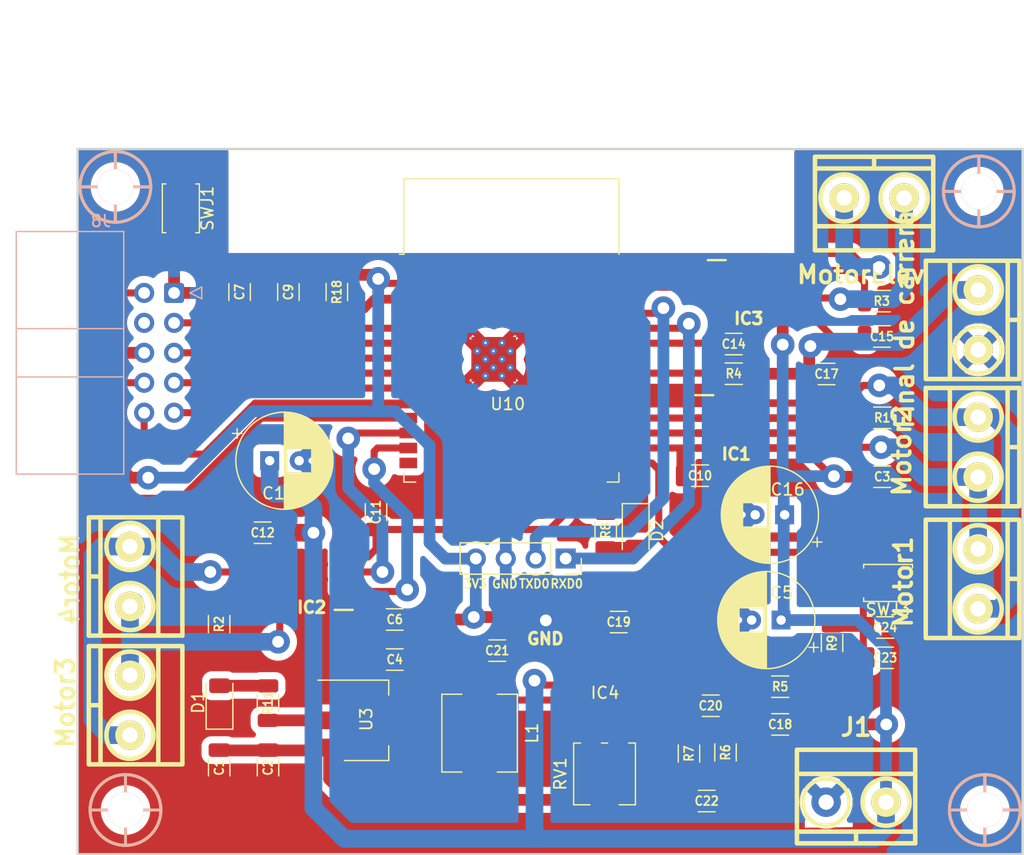
<source format=kicad_pcb>
(kicad_pcb (version 20221018) (generator pcbnew)
  (layers (0 "F.Cu" signal) (31 "B.Cu" signal) (34 "B.Paste" user) (35 "F.Paste" user) (36 "B.SilkS" user "B.Silkscreen") (37 "F.SilkS" user "F.Silkscreen") (38 "B.Mask" user) (39 "F.Mask" user) (44 "Edge.Cuts" user))
  (net 0 "")
  (net 1 "GND")
  (net 2 "/Vin")
  (net 3 "/3V3")
  (net 4 "/EN")
  (net 5 "Net-(J11-Pin_1)")
  (net 6 "Net-(D1-A)")
  (net 7 "/EnA")
  (net 8 "/EnB")
  (net 9 "/EN Elev")
  (net 10 "Net-(IC1-OUT2)")
  (net 11 "Net-(IC1-OUT1)")
  (net 12 "Net-(IC1-RS)")
  (net 13 "/IN3")
  (net 14 "/IN4")
  (net 15 "Net-(IC2-OUT1)")
  (net 16 "Net-(IC2-RS)")
  (net 17 "Net-(IC2-OUT2)")
  (net 18 "/IN5")
  (net 19 "/IN6")
  (net 20 "Net-(IC3-OUT1)")
  (net 21 "Net-(IC3-RS)")
  (net 22 "Net-(IC3-OUT2)")
  (net 23 "/RXD0")
  (net 24 "/TXD0")
  (net 25 "/Sen2")
  (net 26 "/Sen3")
  (net 27 "/Sen4")
  (net 28 "/Sen5")
  (net 29 "/Sen6")
  (net 30 "/Sen7")
  (net 31 "/FC")
  (net 32 "/BOOT")
  (net 33 "/IN2")
  (net 34 "/IN1")
  (net 42 "Net-(D2-A)")
  (net 46 "/5V")
  (net 47 "Net-(IC4-SS)")
  (net 48 "Net-(IC4-COMP)")
  (net 49 "Net-(C20-Pad2)")
  (net 50 "Net-(IC4-BS)")
  (net 51 "Net-(IC4-SW)")
  (net 52 "Net-(IC4-EN)")
  (net 53 "Net-(IC4-FB)")
  (net 55 "unconnected-(U10-SENSOR_VP-Pad4)")
  (net 57 "/Led prueba")
  (net 58 "/Sen1")
  (footprint "Capacitor_SMD:C_1206_3216Metric" (layer "F.Cu") (at 122.76 81.28 180)
    (fp_text reference "C23")
    (fp_text value "0.1u" hide)
  )
  (footprint "Capacitor_SMD:C_1206_3216Metric" (layer "F.Cu") (at 72.14 50.25 -90)
    (fp_text reference "C9")
    (fp_text value "0.1u" hide)
  )
  (footprint "EESTN5:hole_3mm" (layer "F.Cu") (at 58.3205 94.1916)
    (fp_text reference "hole_3mm" hide)
    (fp_text value "VAL**" hide)
  )
  (footprint "Resistor_SMD:R_1206_3216Metric" (layer "F.Cu") (at 122.516 60.92)
    (fp_text reference "R1")
    (fp_text value "0.22" hide)
  )
  (footprint "LED_SMD:LED_1206_3216Metric" (layer "F.Cu") (at 101.6 70.485 -90)
    (fp_text reference "D2")
    (fp_text value "LED" hide)
  )
  (footprint "Resistor_SMD:R_1206_3216Metric" (layer "F.Cu") (at 122.476 51.02)
    (fp_text reference "R3")
    (fp_text value "0.22" hide)
  )
  (footprint "Capacitor_SMD:C_1206_3216Metric" (layer "F.Cu") (at 70.4109 90.5848 -90)
    (fp_text reference "C2")
    (fp_text value "0.1u" hide)
  )
  (footprint "Capacitor_SMD:C_1206_3216Metric" (layer "F.Cu") (at 107.9642 85.3472)
    (fp_text reference "C20")
    (fp_text value "4.8n" hide)
  )
  (footprint "EESTN5:BORNERA2_AZUL" (layer "F.Cu") (at 58.7015 74.3796 -90)
    (fp_text reference "J6" hide)
    (fp_text value "Motor4")
  )
  (footprint "EESTN5:BORNERA2_AZUL" (layer "F.Cu") (at 130.65335 74.5828 90)
    (fp_text reference "J4" hide)
    (fp_text value "Motor1")
  )
  (footprint "LibraryPERSONALES:SOIC127P600X170-9N" (layer "F.Cu") (at 74.1193 74.6336 180)
    (fp_text reference "IC2")
    (fp_text value "TB67H450AFNG,EL" hide)
  )
  (footprint "Capacitor_SMD:C_1206_3216Metric" (layer "F.Cu") (at 122.496 54.02)
    (fp_text reference "C15")
    (fp_text value "0.1u" hide)
  )
  (footprint "EESTN5:BORNERA2_AZUL" (layer "F.Cu") (at 121.826 42.27 180)
    (fp_text reference "J7" hide)
    (fp_text value "MotorElev")
  )
  (footprint "EESTN5:hole_3mm" (layer "F.Cu") (at 131.2185 94.1916)
    (fp_text reference "hole_3mm" hide)
    (fp_text value "VAL**" hide)
  )
  (footprint "Resistor_SMD:R_1206_3216Metric" (layer "F.Cu") (at 99.06 70.485 -90)
    (fp_text reference "R8")
    (fp_text value "330" hide)
  )
  (footprint "Capacitor_SMD:C_1206_3216Metric" (layer "F.Cu") (at 100.1595 78.2472 180)
    (fp_text reference "C19")
    (fp_text value "0.1u" hide)
  )
  (footprint "Resistor_SMD:R_1206_3216Metric" (layer "F.Cu") (at 118.26 80.035 -90)
    (fp_text reference "R9")
    (fp_text value "4.7k" hide)
  )
  (footprint "Resistor_SMD:R_1206_3216Metric" (layer "F.Cu") (at 66.266 78.42 -90)
    (fp_text reference "R2")
    (fp_text value "0.22" hide)
  )
  (footprint "Button_Switch_SMD:SW_Push_SPST_NO_Alps_SKRK" (layer "F.Cu") (at 63.016 43.15 -90)
    (fp_text reference "SWJ1")
    (fp_text value "SW_MEC_5G" hide)
  )
  (footprint "LibraryPERSONALES:SO8-TH" (layer "F.Cu") (at 99.0333 84.2296 -90)
    (fp_text reference "IC4")
    (fp_text value "MP2307")
  )
  (footprint "Resistor_SMD:R_1206_3216Metric" (layer "F.Cu") (at 109.92 57.18)
    (fp_text reference "R4")
    (fp_text value "100k" hide)
  )
  (footprint "Capacitor_SMD:C_1206_3216Metric" (layer "F.Cu") (at 107.0595 65.8296)
    (fp_text reference "C10")
    (fp_text value "0.1u" hide)
  )
  (footprint "Capacitor_SMD:C_1206_3216Metric" (layer "F.Cu") (at 122.76 78.71 180)
    (fp_text reference "C24")
    (fp_text value "0.1u" hide)
  )
  (footprint "Capacitor_SMD:C_1206_3216Metric" (layer "F.Cu") (at 66.2707 90.5848 -90)
    (fp_text reference "C1")
    (fp_text value "10u" hide)
  )
  (footprint "LibraryPERSONALES:SOIC127P600X170-9N" (layer "F.Cu") (at 110.1365 61.578)
    (fp_text reference "IC1")
    (fp_text value "TB67H450AFNG,EL" hide)
  )
  (footprint "EESTN5:BORNERA2_AZUL" (layer "F.Cu") (at 130.65335 63.4068 90)
    (fp_text reference "J3" hide)
    (fp_text value "Motor2")
  )
  (footprint "Capacitor_SMD:C_1206_3216Metric" (layer "F.Cu") (at 107.624 93.4296)
    (fp_text reference "C22")
    (fp_text value "12u" hide)
  )
  (footprint "Capacitor_SMD:C_1206_3216Metric" (layer "F.Cu") (at 68 50.25 -90)
    (fp_text reference "C7")
    (fp_text value "0.1u" hide)
  )
  (footprint "Capacitor_SMD:C_1206_3216Metric" (layer "F.Cu") (at 69.9595 70.67 180)
    (fp_text reference "C12")
    (fp_text value "0.1u" hide)
  )
  (footprint "EESTN5:BORNERA2_AZUL" (layer "F.Cu") (at 130.6597 52.6118 90)
    (fp_text reference "J11" hide)
    (fp_text value "Final de carrera")
  )
  (footprint "Resistor_SMD:R_1206_3216Metric" (layer "F.Cu") (at 109.2216 89.3041 90)
    (fp_text reference "R6")
    (fp_text value "8.2k" hide)
  )
  (footprint "Inductor_SMD:L_6.3x6.3_H3" (layer "F.Cu") (at 88.3595 87.67 -90)
    (fp_text reference "L1")
    (fp_text value "2u" hide)
  )
  (footprint "Capacitor_SMD:C_1206_3216Metric" (layer "F.Cu") (at 109.92 54.664)
    (fp_text reference "C14")
    (fp_text value "0.1u" hide)
  )
  (footprint "Capacitor_SMD:C_1206_3216Metric" (layer "F.Cu") (at 81.1595 81.4296 180)
    (fp_text reference "C4")
    (fp_text value "0.1u" hide)
  )
  (footprint "RF_Module:ESP32-WROOM-32D" (layer "F.Cu") (at 91.0595 56.4916)
    (fp_text reference "U10")
    (fp_text value "ESP32-WROOM-32" hide)
  )
  (footprint "Capacitor_THT:CP_Radial_D8.0mm_P2.50mm" (layer "F.Cu") (at 114.236951 69.1472 180)
    (fp_text reference "C16")
    (fp_text value "100u" hide)
  )
  (footprint "Capacitor_SMD:C_1206_3216Metric" (layer "F.Cu") (at 79.5745 68.9186 90)
    (fp_text reference "C11")
    (fp_text value "0.1u" hide)
  )
  (footprint "EESTN5:hole_3mm" (layer "F.Cu") (at 57.4595 41.3296)
    (fp_text reference "hole_3mm" hide)
    (fp_text value "VAL**" hide)
  )
  (footprint "Package_TO_SOT_SMD:SOT-223-3_TabPin2" (layer "F.Cu") (at 78.7425 86.5856)
    (fp_text reference "U3")
    (fp_text value "AMS1117-3.3" hide)
  )
  (footprint "Resistor_SMD:R_1206_3216Metric" (layer "F.Cu") (at 70.4109 85.1238 90)
    (fp_text reference "R11")
    (fp_text value "5.1k" hide)
  )
  (footprint "Resistor_SMD:R_1206_3216Metric" (layer "F.Cu") (at 106.1216 89.4041 90)
    (fp_text reference "R7")
    (fp_text value "8.2k" hide)
  )
  (footprint "EESTN5:hole_3mm" (layer "F.Cu") (at 130.7105 41.7152)
    (fp_text reference "hole_3mm" hide)
    (fp_text value "VAL**" hide)
  )
  (footprint "Capacitor_THT:CP_Radial_D8.0mm_P2.50mm" (layer "F.Cu") (at 113.937351 78.079 180)
    (fp_text reference "C5")
    (fp_text value "100u" hide)
  )
  (footprint "LED_SMD:LED_1206_3216Metric" (layer "F.Cu") (at 66.2961 85.0476 90)
    (fp_text reference "D1")
    (fp_text value "LED" hide)
  )
  (footprint "Capacitor_THT:CP_Radial_D8.0mm_P2.50mm" (layer "F.Cu") (at 70.5525 64.56051)
    (fp_text reference "C13")
    (fp_text value "100u" hide)
  )
  (footprint "Capacitor_SMD:C_1206_3216Metric" (layer "F.Cu") (at 81.1595 78.0296 180)
    (fp_text reference "C6")
    (fp_text value "10u" hide)
  )
  (footprint "EESTN5:BORNERA2_AZUL" (layer "F.Cu") (at 120.2965 93.52485)
    (fp_text reference "J1")
    (fp_text value "Alimentacion 12V" hide)
  )
  (footprint "Potentiometer_SMD:Potentiometer_Vishay_TS53YJ_Vertical" (layer "F.Cu") (at 98.9595 91.1296 90)
    (fp_text reference "RV1")
    (fp_text value "220k" hide)
  )
  (footprint "Capacitor_SMD:C_1206_3216Metric" (layer "F.Cu") (at 122.516 65.92)
    (fp_text reference "C3")
    (fp_text value "0.1u" hide)
  )
  (footprint "Resistor_SMD:R_1206_3216Metric" (layer "F.Cu") (at 76.25 50.25 90)
    (fp_text reference "R18")
    (fp_text value "4.7k" hide)
  )
  (footprint "LibraryPERSONALES:SOIC127P600X170-9N" (layer "F.Cu") (at 111.19 50.1226)
    (fp_text reference "IC3")
    (fp_text value "TB67H450AFNG,EL" hide)
  )
  (footprint "Resistor_SMD:R_1206_3216Metric" (layer "F.Cu") (at 113.8595 83.7296 180)
    (fp_text reference "R5")
    (fp_text value "100k" hide)
  )
  (footprint "Button_Switch_SMD:SW_Push_SPST_NO_Alps_SKRK" (layer "F.Cu") (at 123.01 74.93 180)
    (fp_text reference "SWJ3")
    (fp_text value "SW_MEC_5G")
  )
  (footprint "Capacitor_SMD:C_1206_3216Metric" (layer "F.Cu") (at 89.8595 80.67 180)
    (fp_text reference "C21")
    (fp_text value "10n" hide)
  )
  (footprint "EESTN5:BORNERA2_AZUL" (layer "F.Cu") (at 58.7015 85.3016 -90)
    (fp_text reference "J5" hide)
    (fp_text value "Motor3")
  )
  (footprint "Capacitor_SMD:C_1206_3216Metric" (layer "F.Cu") (at 117.794 57.204 180)
    (fp_text reference "C17")
    (fp_text value "0.1u" hide)
  )
  (footprint "Capacitor_SMD:C_1206_3216Metric" (layer "F.Cu") (at 113.8595 86.9296 180)
    (fp_text reference "C18")
    (fp_text value "12u" hide)
  )
  (footprint "Connector_PinSocket_2.54mm:PinSocket_1x04_P2.54mm_Vertical" (layer "F.Cu") (at 95.6585 72.8556 -90)
    (fp_text reference "J2" hide)
    (fp_text value "UART" hide)
  )
  (footprint "Connector_IDC:IDC-Header_2x05_P2.54mm_Horizontal" (layer "B.Cu") (at 62.4432 50.3258 180)
    (fp_text reference "J8")
    (fp_text value "Screw_Terminal_01x10")
  )
  (gr_rect (start 54.2565 38.1211) (end 134.4189 97.9381) (stroke (width 0.2)) (fill none) (layer "Edge.Cuts"))
  (gr_text "GND" (at 92.25 80.25) (layer "F.SilkS") (effects (font (size 1 1) (thickness 0.25) bold) (justify left bottom)))
  (via (at 93.98 78.105) (size 2) (drill 1) (layers "F.Cu" "B.Cu") (net 1))
  (segment (start 118.266 54.02) (end 121.021 54.02) (width 0.6) (layer "F.Cu") (net 2))
  (segment (start 114.238 52.0276) (end 114.0742 52.1914) (width 0.6) (layer "F.Cu") (net 2))
  (segment (start 115.829 63.483) (end 118.266 65.92) (width 0.6) (layer "F.Cu") (net 2))
  (segment (start 113.902 52.0276) (end 116.2736 52.0276) (width 0.6) (layer "F.Cu") (net 2))
  (segment (start 115.3345 86.9296) (end 115.3345 83.8421) (width 1) (layer "F.Cu") (net 2))
  (segment (start 122.7595 86.9296) (end 115.3345 86.9296) (width 1) (layer "F.Cu") (net 2))
  (segment (start 72.016 70.67) (end 74.266 70.67) (width 1.5) (layer "F.Cu") (net 2))
  (segment (start 118.266 65.92) (end 121.041 65.92) (width 1) (layer "F.Cu") (net 2))
  (segment (start 71.4073 72.42) (end 71.4073 70.6972) (width 1) (layer "F.Cu") (net 2))
  (segment (start 71.4073 70.6972) (end 71.4345 70.67) (width 1) (layer "F.Cu") (net 2))
  (segment (start 114.0742 52.1914) (end 114.0742 54.714396) (width 1) (layer "F.Cu") (net 2))
  (segment (start 116.2736 52.0276) (end 118.266 54.02) (width 0.6) (layer "F.Cu") (net 2))
  (segment (start 93.3955 83.5946) (end 96.4333 83.5946) (width 0.6) (layer "F.Cu") (net 2))
  (segment (start 112.8485 63.483) (end 115.829 63.483) (width 0.6) (layer "F.Cu") (net 2))
  (segment (start 93.016 83.2151) (end 93.3955 83.5946) (width 0.6) (layer "F.Cu") (net 2))
  (via (at 114.0742 54.714396) (size 2) (drill 1) (layers "F.Cu" "B.Cu") (net 2))
  (via (at 93.016 83.2151) (size 2) (drill 1) (layers "F.Cu" "B.Cu") (net 2))
  (via (at 118.416 65.87) (size 2) (drill 1) (layers "F.Cu" "B.Cu") (net 2))
  (via (at 74.266 70.67) (size 2) (drill 1) (layers "F.Cu" "B.Cu") (net 2))
  (via (at 122.8595 86.9296) (size 2) (drill 1) (layers "F.Cu" "B.Cu") (net 2))
  (segment (start 121.8595 96.6296) (end 122.8365 95.6526) (width 1.5) (layer "B.Cu") (net 2))
  (segment (start 74.266 70.67) (end 74.266 94.016) (width 1.5) (layer "B.Cu") (net 2))
  (segment (start 76.8796 96.6296) (end 93.3595 96.6296) (width 1.5) (layer "B.Cu") (net 2))
  (segment (start 70.9461 67.3501) (end 70.5525 66.9565) (width 1.5) (layer "B.Cu") (net 2))
  (segment (start 114.0742 54.714396) (end 114.0742 65.4443) (width 1) (layer "B.Cu") (net 2))
  (segment (start 114.1595 66.675) (end 114.1595 66.37) (width 1) (layer "B.Cu") (net 2))
  (segment (start 114.6595 65.87) (end 118.416 65.87) (width 1) (layer "B.Cu") (net 2))
  (segment (start 93.016 83.2151) (end 93.016 96.6296) (width 1.5) (layer "B.Cu") (net 2))
  (segment (start 74.266 68.528652) (end 73.087448 67.3501) (width 1.5) (layer "B.Cu") (net 2))
  (segment (start 114.0742 65.4443) (end 114.1595 65.5296) (width 1) (layer "B.Cu") (net 2))
  (segment (start 114.1595 77.856851) (end 114.1595 65.5296) (width 1) (layer "B.Cu") (net 2))
  (segment (start 120.4089 78.079) (end 122.8365 80.5066) (width 1) (layer "B.Cu") (net 2))
  (segment (start 122.8365 80.5066) (end 122.8365 93.52485) (width 1) (layer "B.Cu") (net 2))
  (segment (start 70.5525 66.9565) (end 70.5525 64.56051) (width 1.5) (layer "B.Cu") (net 2))
  (segment (start 93.016 96.6296) (end 93.3595 96.6296) (width 1.5) (layer "B.Cu") (net 2))
  (segment (start 122.8365 95.6526) (end 122.8365 93.52485) (width 1.5) (layer "B.Cu") (net 2))
  (segment (start 74.266 70.67) (end 74.266 68.528652) (width 1.5) (layer "B.Cu") (net 2))
  (segment (start 93.3595 96.6296) (end 121.8595 96.6296) (width 1.5) (layer "B.Cu") (net 2))
  (segment (start 74.266 94.016) (end 76.8796 96.6296) (width 1.5) (layer "B.Cu") (net 2))
  (segment (start 113.937351 78.079) (end 120.4089 78.079) (width 1) (layer "B.Cu") (net 2))
  (segment (start 113.937351 78.079) (end 114.1595 77.856851) (width 1) (layer "B.Cu") (net 2))
  (segment (start 73.087448 67.3501) (end 70.9461 67.3501) (width 1.5) (layer "B.Cu") (net 2))
  (segment (start 56.5 57.25) (end 58.3442 55.4058) (width 1) (layer "F.Cu") (net 3))
  (segment (start 70.4109 86.5863) (end 75.5918 86.5863) (width 1) (layer "F.Cu") (net 3))
  (segment (start 56.5 63.75) (end 56.5 57.25) (width 1) (layer "F.Cu") (net 3))
  (segment (start 82.6595 85.8186) (end 82.6595 81.4546) (width 1) (layer "F.Cu") (net 3))
  (segment (start 75.5925 86.5856) (end 81.8925 86.5856) (width 1) (layer "F.Cu") (net 3))
  (segment (start 58.75 66) (end 56.5 63.75) (width 1) (layer "F.Cu") (net 3))
  (segment (start 104.7316 75.5216) (end 92.1184 75.5216) (width 1) (layer "F.Cu") (net 3))
  (segment (start 106.68 77.47) (end 104.7316 75.5216) (width 1) (layer "F.Cu") (net 3))
  (segment (start 79.7595 49.1321) (end 80.139 49.5116) (width 0.6) (layer "F.Cu") (net 3))
  (segment (start 60.25 66) (end 58.75 66) (width 1) (layer "F.Cu") (net 3))
  (segment (start 106.68 80.01) (end 106.68 77.47) (width 1) (layer "F.Cu") (net 3))
  (segment (start 58.3442 55.4058) (end 59.9032 55.4058) (width 1) (layer "F.Cu") (net 3))
  (segment (start 92.1184 75.5216) (end 89.82 77.82) (width 1) (layer "F.Cu") (net 3))
  (segment (start 118.26 81.4975) (end 108.1675 81.4975) (width 1) (layer "F.Cu") (net 3))
  (segment (start 89.82 77.82) (end 87.866 77.82) (width 1) (layer "F.Cu") (net 3))
  (segment (start 108.1675 81.4975) (end 106.68 80.01) (width 1) (layer "F.Cu") (net 3))
  (segment (start 80.139 49.5116) (end 82.3095 49.5116) (width 0.6) (layer "F.Cu") (net 3))
  (segment (start 79.4149 48.7875) (end 76.25 48.7875) (width 1) (layer "F.Cu") (net 3))
  (segment (start 82.6345 78.0296) (end 82.6345 81.4296) (width 1) (layer "F.Cu") (net 3))
  (segment (start 79.7595 49.1321) (end 79.4149 48.7875) (width 1) (layer "F.Cu") (net 3))
  (segment (start 75.5918 86.5863) (end 75.5925 86.5856) (width 1) (layer "F.Cu") (net 3))
  (segment (start 59.9032 55.4058) (end 59.889 55.42) (width 1) (layer "F.Cu") (net 3))
  (segment (start 82.6595 81.4546) (end 82.6345 81.4296) (width 1) (layer "F.Cu") (net 3))
  (segment (start 87.866 77.82) (end 87.6564 78.0296) (width 1) (layer "F.Cu") (net 3))
  (segment (start 87.6564 78.0296) (end 82.6345 78.0296) (width 1) (layer "F.Cu") (net 3))
  (segment (start 81.8925 86.5856) (end 82.6595 85.8186) (width 1) (layer "F.Cu") (net 3))
  (via (at 79.7595 49.1321) (size 2) (drill 1) (layers "F.Cu" "B.Cu") (net 3))
  (via (at 60.25 66) (size 2) (drill 1) (layers "F.Cu" "B.Cu") (net 3))
  (via (at 87.866 77.82) (size 2) (drill 1) (layers "F.Cu" "B.Cu") (net 3))
  (segment (start 63.5 66) (end 69.1384 60.3616) (width 1) (layer "B.Cu") (net 3))
  (segment (start 79.7595 60.3521) (end 79.75 60.3616) (width 1) (layer "B.Cu") (net 3))
  (segment (start 81.2076 60.3616) (end 84.116 63.27) (width 1) (layer "B.Cu") (net 3))
  (segment (start 85.465348 72.87) (end 88.0241 72.87) (width 1) (layer "B.Cu") (net 3))
  (segment (start 88.0385 77.6475) (end 88.0385 72.8556) (width 1) (layer "B.Cu") (net 3))
  (segment (start 87.866 77.82) (end 88.0385 77.6475) (width 1) (layer "B.Cu") (net 3))
  (segment (start 84.116 63.27) (end 84.116 71.520652) (width 1) (layer "B.Cu") (net 3))
  (segment (start 60.25 66) (end 63.5 66) (width 1) (layer "B.Cu") (net 3))
  (segment (start 84.116 71.520652) (end 85.465348 72.87) (width 1) (layer "B.Cu") (net 3))
  (segment (start 79.7595 49.1321) (end 79.7595 60.3521) (width 1) (layer "B.Cu") (net 3))
  (segment (start 88.0241 72.87) (end 88.0385 72.8556) (width 1) (layer "B.Cu") (net 3))
  (segment (start 69.1384 60.3616) (end 81.2076 60.3616) (width 1) (layer "B.Cu") (net 3))
  (segment (start 63.016 45.25) (end 63.016 47.016) (width 0.75) (layer "F.Cu") (net 4))
  (segment (start 63.016 47.016) (end 67.67 51.67) (width 0.75) (layer "F.Cu") (net 4))
  (segment (start 82.3095 50.7816) (end 82.2615 50.8296) (width 0.6) (layer "F.Cu") (net 4))
  (segment (start 82.234 50.8571) (end 82.3095 50.7816) (width 0.75) (layer "F.Cu") (net 4))
  (segment (start 78.58 51.67) (end 79.3929 50.8571) (width 0.75) (layer "F.Cu") (net 4))
  (segment (start 79.3929 50.8571) (end 82.234 50.8571) (width 0.75) (layer "F.Cu") (net 4))
  (segment (start 67.67 51.67) (end 78.58 51.67) (width 0.75) (layer "F.Cu") (net 4))
  (segment (start 116.2988 57.1838) (end 116.319 57.204) (width 1) (layer "F.Cu") (net 5))
  (segment (start 116.420678 54.83358) (end 116.319 54.935258) (width 0.6) (layer "F.Cu") (net 5))
  (segment (start 111.3863 57.1838) (end 116.2988 57.1838) (width 1) (layer "F.Cu") (net 5))
  (segment (start 116.319 54.935258) (end 116.319 57.204) (width 1) (layer "F.Cu") (net 5))
  (segment (start 111.3825 57.18) (end 111.3863 57.1838) (width 1) (layer "F.Cu") (net 5))
  (via (at 116.420678 54.83358) (size 2) (drill 1) (layers "F.Cu" "B.Cu") (net 5))
  (segment (start 128.4342 50.0718) (end 130.6597 50.0718) (width 1.5) (layer "B.Cu") (net 5))
  (segment (start 116.420678 54.83358) (end 116.784258 54.47) (width 1.5) (layer "B.Cu") (net 5))
  (segment (start 124.036 54.47) (end 128.4342 50.0718) (width 1.5) (layer "B.Cu") (net 5))
  (segment (start 116.784258 54.47) (end 124.036 54.47) (width 1.5) (layer "B.Cu") (net 5))
  (segment (start 70.3972 83.6476) (end 70.4109 83.6613) (width 1) (layer "F.Cu") (net 6))
  (segment (start 66.2961 83.6476) (end 70.3972 83.6476) (width 1) (layer "F.Cu") (net 6))
  (segment (start 99.8095 63.4816) (end 105.0311 63.4816) (width 0.6) (layer "F.Cu") (net 7))
  (segment (start 105.0311 63.4816) (end 107.4231 63.4816) (width 0.6) (layer "F.Cu") (net 7))
  (segment (start 105.5845 65.8296) (end 105.5595 65.8046) (width 0.6) (layer "F.Cu") (net 7))
  (segment (start 105.5595 65.8046) (end 105.5595 63.808) (width 1) (layer "F.Cu") (net 7))
  (segment (start 107.4231 63.4816) (end 107.4245 63.483) (width 0.6) (layer "F.Cu") (net 7))
  (segment (start 78.8945 72.7286) (end 79.5745 72.0486) (width 0.6) (layer "F.Cu") (net 8))
  (segment (start 79.5745 72.0486) (end 79.5745 70.3936) (width 0.6) (layer "F.Cu") (net 8))
  (segment (start 76.8313 72.7286) (end 78.8945 72.7286) (width 0.6) (layer "F.Cu") (net 8))
  (segment (start 79.5745 70.3936) (end 94.2955 70.3936) (width 0.6) (layer "F.Cu") (net 8))
  (segment (start 94.2955 70.3936) (end 95.5095 69.1796) (width 0.6) (layer "F.Cu") (net 8))
  (segment (start 95.5095 69.1796) (end 95.5095 66.0016) (width 0.6) (layer "F.Cu") (net 8))
  (segment (start 99.8095 54.5916) (end 105.3105 54.5916) (width 0.6) (layer "F.Cu") (net 9))
  (segment (start 107.38 54.5916) (end 108.3726 54.5916) (width 0.6) (layer "F.Cu") (net 9))
  (segment (start 108.478 54.5586) (end 108.445 54.5916) (width 0.6) (layer "F.Cu") (net 9))
  (segment (start 105.3105 54.5916) (end 107.38 54.5916) (width 0.6) (layer "F.Cu") (net 9))
  (segment (start 108.445 54.5916) (end 107.38 54.5916) (width 0.6) (layer "F.Cu") (net 9))
  (segment (start 108.3726 54.5916) (end 108.445 54.664) (width 0.6) (layer "F.Cu") (net 9))
  (segment (start 108.478 52.378) (end 108.478 54.5586) (width 1) (layer "F.Cu") (net 9))
  (segment (start 120.892 58.17) (end 122.266 58.17) (width 0.6) (layer "F.Cu") (net 10))
  (segment (start 115.2437 59.673) (end 119.389 59.673) (width 0.6) (layer "F.Cu") (net 10))
  (segment (start 115.2437 59.673) (end 112.7545 59.673) (width 0.6) (layer "F.Cu") (net 10))
  (segment (start 119.389 59.673) (end 120.892 58.17) (width 0.6) (layer "F.Cu") (net 10))
  (via (at 122.266 58.17) (size 2) (drill 1) (layers "F.Cu" "B.Cu") (net 10))
  (segment (start 130.65335 77.1228) (end 132.3869 77.1228) (width 1.5) (layer "B.Cu") (net 10))
  (segment (start 123.4925 58.17) (end 122.266 58.17) (width 1.5) (layer "B.Cu") (net 10))
  (segment (start 132.0313 60.8668) (end 130.65335 60.8668) (width 1.5) (layer "B.Cu") (net 10))
  (segment (start 130.65335 60.8668) (end 126.1893 60.8668) (width 1.5) (layer "B.Cu") (net 10))
  (segment (start 126.1893 60.8668) (end 123.4925 58.17) (width 1.5) (layer "B.Cu") (net 10))
  (segment (start 133.3521 62.1876) (end 132.0313 60.8668) (width 1.5) (layer "B.Cu") (net 10))
  (segment (start 133.3521 76.1576) (end 133.3521 62.1876) (width 1.5) (layer "B.Cu") (net 10))
  (segment (start 132.3869 77.1228) (end 133.3521 76.1576) (width 1.5) (layer "B.Cu") (net 10))
  (segment (start 122.416 63.42) (end 117.466 63.42) (width 0.6) (layer "F.Cu") (net 11))
  (segment (start 117.466 63.42) (end 116.259 62.213) (width 0.6) (layer "F.Cu") (net 11))
  (segment (start 116.259 62.213) (end 112.7545 62.213) (width 0.6) (layer "F.Cu") (net 11))
  (via (at 122.416 63.42) (size 2) (drill 1) (layers "F.Cu" "B.Cu") (net 11))
  (segment (start 126.0623 65.9468) (end 130.65335 65.9468) (width 1.5) (layer "B.Cu") (net 11))
  (segment (start 122.416 63.42) (end 123.5355 63.42) (width 1.5) (layer "B.Cu") (net 11))
  (segment (start 130.65335 65.9468) (end 130.65335 72.0428) (width 1.5) (layer "B.Cu") (net 11))
  (segment (start 123.5355 63.42) (end 126.0623 65.9468) (width 1.5) (layer "B.Cu") (net 11))
  (segment (start 121.0305 60.943) (end 121.0535 60.92) (width 0.6) (layer "F.Cu") (net 12))
  (segment (start 112.8485 60.943) (end 121.0305 60.943) (width 0.6) (layer "F.Cu") (net 12))
  (segment (start 78.185647 75.6486) (end 77.805647 75.2686) (width 0.6) (layer "F.Cu") (net 13))
  (segment (start 77.805647 75.2686) (end 76.8313 75.2686) (width 0.6) (layer "F.Cu") (net 13))
  (segment (start 79.7044 63.4816) (end 82.3095 63.4816) (width 0.6) (layer "F.Cu") (net 13))
  (segment (start 82.0594 75.6486) (end 78.185647 75.6486) (width 0.6) (layer "F.Cu") (net 13))
  (segment (start 79.416 63.77) (end 79.7044 63.4816) (width 0.6) (layer "F.Cu") (net 13))
  (segment (start 79.416 65.27) (end 79.416 63.77) (width 0.6) (layer "F.Cu") (net 13))
  (segment (start 82.216 75.492) (end 82.0594 75.6486) (width 0.6) (layer "F.Cu") (net 13))
  (via (at 79.416 65.27) (size 2) (drill 1) (layers "F.Cu" "B.Cu") (net 13))
  (via (at 82.216 75.492) (size 2) (drill 1) (layers "F.Cu" "B.Cu") (net 13))
  (segment (start 82.216 75.492) (end 82.216 73.97) (width 0.6) (layer "B.Cu") (net 13))
  (segment (start 82.216 75.492) (end 82.216 69.27) (width 1) (layer "B.Cu") (net 13))
  (segment (start 79.416 66.47) (end 79.416 65.27) (width 1) (layer "B.Cu") (net 13))
  (segment (start 82.216 69.27) (end 79.416 66.47) (width 1) (layer "B.Cu") (net 13))
  (segment (start 80.116 73.9991) (end 80.1155 73.9986) (width 0.6) (layer "F.Cu") (net 14))
  (segment (start 77.6744 62.2116) (end 82.3095 62.2116) (width 0.6) (layer "F.Cu") (net 14))
  (segment (start 80.1155 73.9986) (end 76.8313 73.9986) (width 0.6) (layer "F.Cu") (net 14))
  (segment (start 77.216 62.67) (end 77.6744 62.2116) (width 0.6) (layer "F.Cu") (net 14))
  (via (at 80.116 73.9991) (size 2) (drill 1) (layers "F.Cu" "B.Cu") (net 14))
  (via (at 77.216 62.67) (size 2) (drill 1) (layers "F.Cu" "B.Cu") (net 14))
  (segment (start 80.116 73.9991) (end 80.116 69.77) (width 1) (layer "B.Cu") (net 14))
  (segment (start 80.116 69.77) (end 77.216 66.87) (width 1) (layer "B.Cu") (net 14))
  (segment (start 77.216 66.87) (end 77.216 62.67) (width 1) (layer "B.Cu") (net 14))
  (segment (start 71.4073 73.9986) (end 65.516 73.9986) (width 0.6) (layer "F.Cu") (net 15))
  (via (at 65.516 73.9986) (size 2) (drill 1) (layers "F.Cu" "B.Cu") (net 15))
  (segment (start 62.8925 73.9986) (end 60.7335 71.8396) (width 1.5) (layer "B.Cu") (net 15))
  (segment (start 65.516 73.9986) (end 62.8925 73.9986) (width 1.5) (layer "B.Cu") (net 15))
  (segment (start 60.7335 71.8396) (end 58.7015 71.8396) (width 1.5) (layer "B.Cu") (net 15))
  (segment (start 55.5265 86.5716) (end 55.5265 72.6016) (width 1.5) (layer "B.Cu") (net 15))
  (segment (start 55.5265 72.6016) (end 56.2885 71.8396) (width 1.5) (layer "B.Cu") (net 15))
  (segment (start 58.7015 87.8416) (end 56.7965 87.8416) (width 1.5) (layer "B.Cu") (net 15))
  (segment (start 56.7965 87.8416) (end 55.5265 86.5716) (width 1.5) (layer "B.Cu") (net 15))
  (segment (start 56.2885 71.8396) (end 58.7015 71.8396) (width 1.5) (layer "B.Cu") (net 15))
  (segment (start 66.9174 75.2686) (end 66.266 75.92) (width 0.6) (layer "F.Cu") (net 16))
  (segment (start 66.266 75.92) (end 66.266 76.9575) (width 0.6) (layer "F.Cu") (net 16))
  (segment (start 71.4073 75.2686) (end 66.9174 75.2686) (width 0.6) (layer "F.Cu") (net 16))
  (segment (start 71.4073 79.7787) (end 71.4073 76.5386) (width 0.6) (layer "F.Cu") (net 17))
  (segment (start 71.266 79.92) (end 71.4073 79.7787) (width 0.6) (layer "F.Cu") (net 17))
  (via (at 71.266 79.92) (size 2) (drill 1) (layers "F.Cu" "B.Cu") (net 17))
  (segment (start 59.2015 79.92) (end 58.7015 79.42) (width 1.5) (layer "B.Cu") (net 17))
  (segment (start 58.7015 76.9196) (end 58.7015 79.42) (width 1.5) (layer "B.Cu") (net 17))
  (segment (start 71.266 79.92) (end 59.2015 79.92) (width 1.5) (layer "B.Cu") (net 17))
  (segment (start 58.7015 79.42) (end 58.7015 82.7616) (width 1.5) (layer "B.Cu") (net 17))
  (segment (start 59.0825 76.5386) (end 58.7015 76.9196) (width 1.5) (layer "B.Cu") (net 17))
  (segment (start 101.919 48.822) (end 105.983 48.822) (width 0.6) (layer "F.Cu") (net 18))
  (segment (start 99.8335 49.4876) (end 99.8095 49.5116) (width 0.6) (layer "F.Cu") (net 18))
  (segment (start 105.983 48.822) (end 106.6486 49.4876) (width 0.6) (layer "F.Cu") (net 18))
  (segment (start 106.6486 49.4876) (end 108.478 49.4876) (width 0.6) (layer "F.Cu") (net 18))
  (segment (start 101.2294 49.5116) (end 101.919 48.822) (width 0.6) (layer "F.Cu") (net 18))
  (segment (start 99.8095 49.5116) (end 101.2294 49.5116) (width 0.6) (layer "F.Cu") (net 18))
  (segment (start 105.094 49.838) (end 106.0136 50.7576) (width 0.6) (layer "F.Cu") (net 19))
  (segment (start 102.808 49.838) (end 105.094 49.838) (width 0.6) (layer "F.Cu") (net 19))
  (segment (start 99.8095 50.7816) (end 101.8644 50.7816) (width 0.6) (layer "F.Cu") (net 19))
  (segment (start 106.0136 50.7576) (end 108.478 50.7576) (width 0.6) (layer "F.Cu") (net 19))
  (segment (start 99.8335 50.7576) (end 99.8095 50.7816) (width 0.6) (layer "F.Cu") (net 19))
  (segment (start 101.8644 50.7816) (end 102.808 49.838) (width 0.6) (layer "F.Cu") (net 19))
  (segment (start 118.4536 50.7576) (end 113.902 50.7576) (width 0.6) (layer "F.Cu") (net 20))
  (segment (start 118.966 51.27) (end 118.4536 50.7576) (width 0.6) (layer "F.Cu") (net 20))
  (via (at 118.966 50.854) (size 2) (drill 1) (layers "F.Cu" "B.Cu") (net 20))
  (segment (start 124.366131 42.270131) (end 124.366 42.27) (width 1.5) (layer "B.Cu") (net 20))
  (segment (start 124.366131 49.909869) (end 124.366131 42.270131) (width 1.5) (layer "B.Cu") (net 20))
  (segment (start 118.966 50.854) (end 123.422 50.854) (width 1.5) (layer "B.Cu") (net 20))
  (segment (start 123.422 50.854) (end 124.366131 49.909869) (width 1.5) (layer "B.Cu") (net 20))
  (segment (start 120.006 48.42) (end 121.0135 49.4275) (width 0.6) (layer "F.Cu") (net 21))
  (segment (start 113.902 49.4876) (end 116.1984 49.4876) (width 0.6) (layer "F.Cu") (net 21))
  (segment (start 121.0135 49.4275) (end 121.0135 51.02) (width 0.6) (layer "F.Cu") (net 21))
  (segment (start 117.266 48.42) (end 120.006 48.42) (width 0.6) (layer "F.Cu") (net 21))
  (segment (start 116.1984 49.4876) (end 117.266 48.42) (width 0.6) (layer "F.Cu") (net 21))
  (segment (start 116.710571 46.975429) (end 115.4684 48.2176) (width 0.6) (layer "F.Cu") (net 22))
  (segment (start 115.4684 48.2176) (end 113.902 48.2176) (width 0.6) (layer "F.Cu") (net 22))
  (segment (start 122.266131 48.130131) (end 121.059633 48.130131) (width 0.6) (layer "F.Cu") (net 22))
  (segment (start 121.059633 48.130131) (end 119.904931 46.975429) (width 0.6) (layer "F.Cu") (net 22))
  (segment (start 119.904931 46.975429) (end 116.710571 46.975429) (width 0.6) (layer "F.Cu") (net 22))
  (via (at 122.266131 48.130131) (size 2) (drill 1) (layers "F.Cu" "B.Cu") (net 22))
  (segment (start 120.066131 48.130131) (end 119.286 47.35) (width 1.5) (layer "B.Cu") (net 22))
  (segment (start 119.286 47.35) (end 119.286 42.27) (width 1.5) (layer "B.Cu") (net 22))
  (segment (start 122.266131 48.130131) (end 120.066131 48.130131) (width 1.5) (layer "B.Cu") (net 22))
  (segment (start 106.11 52.9421) (end 105.7305 53.3216) (width 0.6) (layer "F.Cu") (net 23))
  (segment (start 105.7305 53.3216) (end 99.8095 53.3216) (width 0.6) (layer "F.Cu") (net 23))
  (via (at 106.11 52.9421) (size 2) (drill 1) (layers "F.Cu" "B.Cu") (net 23))
  (segment (start 104.236 69.9931) (end 101.3735 72.8556) (width 1) (layer "B.Cu") (net 23))
  (segment (start 101.3735 72.8556) (end 95.6585 72.8556) (width 1) (layer "B.Cu") (net 23))
  (segment (start 106.11 68.126) (end 104.2429 69.9931) (width 1) (layer "B.Cu") (net 23))
  (segment (start 106.11 52.9421) (end 106.11 68.126) (width 1) (layer "B.Cu") (net 23))
  (segment (start 104.2429 69.9931) (end 104.236 69.9931) (width 1) (layer "B.Cu") (net 23))
  (segment (start 103.57 52.1077) (end 103.57 52.124) (width 0.6) (layer "F.Cu") (net 24))
  (segment (start 99.8335 52.0276) (end 99.8095 52.0516) (width 0.6) (layer "F.Cu") (net 24))
  (segment (start 99.8095 52.0516) (end 103.5139 52.0516) (width 0.6) (layer "F.Cu") (net 24))
  (segment (start 103.5139 52.0516) (end 103.57 52.1077) (width 0.6) (layer "F.Cu") (net 24))
  (via (at 103.951 51.616) (size 2) (drill 1) (layers "F.Cu" "B.Cu") (net 24))
  (segment (start 103.951 67.745) (end 101.1264 70.5696) (width 1) (layer "B.Cu") (net 24))
  (segment (start 103.951 51.6145) (end 103.951 67.745) (width 1) (layer "B.Cu") (net 24))
  (segment (start 101.1264 70.5696) (end 93.6265 70.5696) (width 1) (layer "B.Cu") (net 24))
  (segment (start 93.1185 71.0776) (end 93.1185 72.8556) (width 1) (layer "B.Cu") (net 24))
  (segment (start 93.6265 70.5696) (end 93.1185 71.0776) (width 1) (layer "B.Cu") (net 24))
  (segment (start 82.3095 58.4016) (end 68.4844 58.4016) (width 0.6) (layer "F.Cu") (net 25))
  (segment (start 63.916 62.67) (end 62.916 62.67) (width 0.6) (layer "F.Cu") (net 25))
  (segment (start 68.4844 58.4016) (end 64.216 62.67) (width 0.6) (layer "F.Cu") (net 25))
  (segment (start 64.216 62.67) (end 63.916 62.67) (width 0.6) (layer "F.Cu") (net 25))
  (segment (start 63.916 62.67) (end 60.516 62.67) (width 0.6) (layer "F.Cu") (net 25))
  (segment (start 59.9032 62.0572) (end 59.9032 60.4858) (width 0.6) (layer "F.Cu") (net 25))
  (segment (start 60.516 62.67) (end 59.9032 62.0572) (width 0.6) (layer "F.Cu") (net 25))
  (segment (start 82.3095 57.1316) (end 67.8044 57.1316) (width 0.6) (layer "F.Cu") (net 26))
  (segment (start 67.8044 57.1316) (end 64.4502 60.4858) (width 0.6) (layer "F.Cu") (net 26))
  (segment (start 64.4502 60.4858) (end 62.4432 60.4858) (width 0.6) (layer "F.Cu") (net 26))
  (segment (start 67.3244 55.8616) (end 82.3095 55.8616) (width 0.6) (layer "F.Cu") (net 27))
  (segment (start 65.2402 57.9458) (end 67.3244 55.8616) (width 0.6) (layer "F.Cu") (net 27))
  (segment (start 62.4432 57.9458) (end 65.2402 57.9458) (width 0.6) (layer "F.Cu") (net 27))
  (segment (start 64.2802 55.4058) (end 62.4432 55.4058) (width 0.6) (layer "F.Cu") (net 28))
  (segment (start 65.0944 54.5916) (end 64.2802 55.4058) (width 0.6) (layer "F.Cu") (net 28))
  (segment (start 82.3095 54.5916) (end 65.0944 54.5916) (width 0.6) (layer "F.Cu") (net 28))
  (segment (start 64.4618 52.8658) (end 62.4432 52.8658) (width 0.6) (layer "F.Cu") (net 29))
  (segment (start 82.3095 53.3216) (end 64.9176 53.3216) (width 0.6) (layer "F.Cu") (net 29))
  (segment (start 64.9176 53.3216) (end 64.4618 52.8658) (width 0.6) (layer "F.Cu") (net 29))
  (segment (start 63.036 67.75) (end 57 67.75) (width 0.6) (layer "F.Cu") (net 30))
  (segment (start 55.25 52.686) (end 57.6102 50.3258) (width 0.6) (layer "F.Cu") (net 30))
  (segment (start 57.6102 50.3258) (end 59.9032 50.3258) (width 0.6) (layer "F.Cu") (net 30))
  (segment (start 55.25 66) (end 55.25 52.686) (width 0.6) (layer "F.Cu") (net 30))
  (segment (start 69.8444 60.9416) (end 63.036 67.75) (width 0.6) (layer "F.Cu") (net 30))
  (segment (start 57 67.75) (end 55.25 66) (width 0.6) (layer "F.Cu") (net 30))
  (segment (start 82.3095 60.9416) (end 69.8444 60.9416) (width 0.6) (layer "F.Cu") (net 30))
  (segment (start 82.3095 60.9416) (end 82.2855 60.9176) (width 0.6) (layer "F.Cu") (net 30))
  (segment (start 108.4575 57.18) (end 108.4091 57.1316) (width 0.6) (layer "F.Cu") (net 31))
  (segment (start 108.4091 57.1316) (end 99.8095 57.1316) (width 0.6) (layer "F.Cu") (net 31))
  (segment (start 99.8109 57.133) (end 99.8095 57.1316) (width 0.6) (layer "F.Cu") (net 31))
  (segment (start 118.11 72.3296) (end 104.8595 72.3296) (width 0.6) (layer "F.Cu") (net 32))
  (segment (start 118.26 78.5725) (end 121.1475 78.5725) (width 1) (layer "F.Cu") (net 32))
  (segment (start 119.9546 72.3296) (end 120.91 73.285) (width 0.6) (layer "F.Cu") (net 32))
  (segment (start 103.5595 65.3296) (end 102.9815 64.7516) (width 0.6) (layer "F.Cu") (net 32))
  (segment (start 120.91 80.905) (end 121.285 81.28) (width 0.6) (layer "F.Cu") (net 32))
  (segment (start 121.1475 78.5725) (end 121.285 78.71) (width 1) (layer "F.Cu") (net 32))
  (segment (start 120.91 74.93) (end 120.91 80.905) (width 0.6) (layer "F.Cu") (net 32))
  (segment (start 120.91 73.285) (end 120.91 74.93) (width 0.6) (layer "F.Cu") (net 32))
  (segment (start 118.522 72.3296) (end 118.11 72.3296) (width 0.6) (layer "F.Cu") (net 32))
  (segment (start 102.9815 64.7516) (end 99.8095 64.7516) (width 0.6) (layer "F.Cu") (net 32))
  (segment (start 103.5595 71.0296) (end 103.5595 65.3296) (width 0.6) (layer "F.Cu") (net 32))
  (segment (start 104.8595 72.3296) (end 103.5595 71.0296) (width 0.6) (layer "F.Cu") (net 32))
  (segment (start 118.11 72.3296) (end 119.9546 72.3296) (width 0.6) (layer "F.Cu") (net 32))
  (segment (start 107.4231 60.9416) (end 107.4245 60.943) (width 0.6) (layer "F.Cu") (net 33))
  (segment (start 99.8095 60.9416) (end 107.4231 60.9416) (width 0.6) (layer "F.Cu") (net 33))
  (segment (start 99.8109 62.213) (end 99.8095 62.2116) (width 0.6) (layer "F.Cu") (net 34))
  (segment (start 107.4245 62.213) (end 99.8109 62.213) (width 0.6) (layer "F.Cu") (net 34))
  (segment (start 99.06 71.9475) (end 101.5375 71.9475) (width 1) (layer "F.Cu") (net 42))
  (segment (start 101.5375 71.9475) (end 101.6 71.885) (width 1) (layer "F.Cu") (net 42))
  (segment (start 97.7595 89.1796) (end 97.8095 89.1296) (width 1) (layer "F.Cu") (net 46))
  (segment (start 75.5925 88.8856) (end 75.5925 91.5626) (width 1) (layer "F.Cu") (net 46))
  (segment (start 106.049 93.3296) (end 106.149 93.4296) (width 1) (layer "F.Cu") (net 46))
  (segment (start 75.5925 91.5626) (end 77.3595 93.3296) (width 1) (layer "F.Cu") (net 46))
  (segment (start 66.3005 89.1396) (end 75.3385 89.1396) (width 1) (layer "F.Cu") (net 46))
  (segment (start 75.3385 89.1396) (end 75.5925 88.8856) (width 1) (layer "F.Cu") (net 46))
  (segment (start 66.2707 89.1098) (end 66.3005 89.1396) (width 1) (layer "F.Cu") (net 46))
  (segment (start 98.9595 93.1296) (end 97.7595 93.1296) (width 1) (layer "F.Cu") (net 46))
  (segment (start 88.3595 90.2796) (end 88.3595 90.42) (width 1) (layer "F.Cu") (net 46))
  (segment (start 88.4595 90.1796) (end 88.3595 90.2796) (width 1) (layer "F.Cu") (net 46))
  (segment (start 88.5825 93.3296) (end 106.049 93.3296) (width 1) (layer "F.Cu") (net 46))
  (segment (start 88.3433 93.3028) (end 88.3433 90.1528) (width 1) (layer "F.Cu") (net 46))
  (segment (start 77.3595 93.3296) (end 88.4595 93.3296) (width 1) (layer "F.Cu") (net 46))
  (segment (start 97.7595 93.1296) (end 97.7595 89.1796) (width 1) (layer "F.Cu") (net 46))
  (segment (start 103.1059 82.3246) (end 103.8119 81.6186) (width 0.6) (layer "F.Cu") (net 47))
  (segment (start 103.8119 78.6214) (end 103.4377 78.2472) (width 0.6) (layer "F.Cu") (net 47))
  (segment (start 101.6333 82.3246) (end 103.1059 82.3246) (width 0.6) (layer "F.Cu") (net 47))
  (segment (start 103.8119 81.6186) (end 103.8119 78.6214) (width 0.6) (layer "F.Cu") (net 47))
  (segment (start 103.4377 78.2472) (end 101.6345 78.2472) (width 0.6) (layer "F.Cu") (net 47))
  (segment (start 101.6333 84.8646) (end 106.3195 84.8646) (width 0.6) (layer "F.Cu") (net 48))
  (segment (start 109.4392 87.624) (end 109.2216 87.8416) (width 1) (layer "F.Cu") (net 49))
  (segment (start 109.4392 85.3472) (end 109.4392 87.624) (width 1) (layer "F.Cu") (net 49))
  (segment (start 93.266 80.67) (end 94.9206 82.3246) (width 0.6) (layer "F.Cu") (net 50))
  (segment (start 94.9206 82.3246) (end 96.4333 82.3246) (width 0.6) (layer "F.Cu") (net 50))
  (segment (start 91.3345 80.67) (end 93.266 80.67) (width 0.6) (layer "F.Cu") (net 50))
  (segment (start 88.3595 84.92) (end 88.3845 84.895) (width 0.6) (layer "F.Cu") (net 51))
  (segment (start 88.3845 84.895) (end 88.3845 80.67) (width 1) (layer "F.Cu") (net 51))
  (segment (start 96.4333 84.8646) (end 88.4149 84.8646) (width 0.6) (layer "F.Cu") (net 51))
  (segment (start 88.4149 84.8646) (end 88.3595 84.92) (width 0.6) (layer "F.Cu") (net 51))
  (segment (start 112.162 83.5946) (end 112.297 83.7296) (width 0.6) (layer "F.Cu") (net 52))
  (segment (start 101.6333 83.5946) (end 101.6683 83.6296) (width 0.6) (layer "F.Cu") (net 52))
  (segment (start 101.6333 83.5946) (end 112.162 83.5946) (width 0.6) (layer "F.Cu") (net 52))
  (segment (start 105.122 87.9296) (end 100.1595 87.9296) (width 1) (layer "F.Cu") (net 53))
  (segment (start 100.1095 87.9796) (end 100.1095 89.1296) (width 1) (layer "F.Cu") (net 53))
  (segment (start 101.6333 86.1346) (end 104.7645 86.1346) (width 0.6) (layer "F.Cu") (net 53))
  (segment (start 100.1595 87.9296) (end 100.1095 87.9796) (width 1) (layer "F.Cu") (net 53))
  (segment (start 104.7645 86.1346) (end 105.1595 86.5296) (width 0.6) (layer "F.Cu") (net 53))
  (segment (start 105.1595 86.5296) (end 105.1595 87.9671) (width 0.6) (layer "F.Cu") (net 53))
  (segment (start 106.1216 87.9416) (end 106.0841 87.9041) (width 0.6) (layer "F.Cu") (net 53))
  (segment (start 82.3095 52.0516) (end 82.2875 52.0296) (width 0.6) (layer "F.Cu") (net 55))
  (segment (start 97.5975 69.0225) (end 96.7795 68.2045) (width 0.6) (layer "F.Cu") (net 57))
  (segment (start 99.06 69.0225) (end 97.5975 69.0225) (width 0.6) (layer "F.Cu") (net 57))
  (segment (start 96.7795 68.2045) (end 96.7795 66.0016) (width 0.6) (layer "F.Cu") (net 57))
  (segment (start 58.2402 57.9458) (end 59.9032 57.9458) (width 0.6) (layer "F.Cu") (net 58))
  (segment (start 82.3095 59.6716) (end 69.3144 59.6716) (width 0.6) (layer "F.Cu") (net 58))
  (segment (start 64.986 64) (end 59.25 64) (width 0.6) (layer "F.Cu") (net 58))
  (segment (start 69.3144 59.6716) (end 64.986 64) (width 0.6) (layer "F.Cu") (net 58))
  (segment (start 58 62.75) (end 58 58.186) (width 0.6) (layer "F.Cu") (net 58))
  (segment (start 59.25 64) (end 58 62.75) (width 0.6) (layer "F.Cu") (net 58))
  (segment (start 58 58.186) (end 58.2402 57.9458) (width 0.6) (layer "F.Cu") (net 58))
  (zone (net 0) (net_name "") (layer "F.Cu") (connect_pads thru_hole_only (clearance 0)) (min_thickness 0.6)
    (keepout (tracks not_allowed) (vias not_allowed) (pads not_allowed) (copperpour not_allowed) (footprints allowed))
    (fill (thermal_gap 1) (thermal_bridge_width 1))
    (polygon (pts (xy 89.322092 71.63109) (xy 91.836692 71.52949) (xy 91.735092 74.17109) (xy 89.322092 74.06949)))
  )
  (zone (net 0) (net_name "") (layer "F.Cu") (connect_pads thru_hole_only (clearance 0)) (min_thickness 0.6)
    (keepout (tracks not_allowed) (vias not_allowed) (pads not_allowed) (copperpour not_allowed) (footprints allowed))
    (fill (thermal_gap 1) (thermal_bridge_width 1))
    (polygon (pts (xy 71.821492 63.2912) (xy 74.336092 63.1896) (xy 74.234492 65.8312) (xy 71.821492 65.7296)))
  )
  (zone (net 0) (net_name "") (layer "F.Cu") (connect_pads thru_hole_only (clearance 0)) (min_thickness 0.6)
    (keepout (tracks not_allowed) (vias not_allowed) (pads not_allowed) (copperpour not_allowed) (footprints allowed))
    (fill (thermal_gap 1) (thermal_bridge_width 1))
    (polygon (pts (xy 115.9023 91.6008) (xy 119.9917 91.5754) (xy 120.0171 95.6394) (xy 115.9531 95.6902)))
  )
  (zone (net 0) (net_name "") (layer "F.Cu") (connect_pads (clearance 0)) (min_thickness 0.25)
    (keepout (tracks not_allowed) (vias not_allowed) (pads not_allowed) (copperpour not_allowed) (footprints allowed))
    (fill (thermal_gap 0.5) (thermal_bridge_width 0.5))
    (polygon (pts (xy 109.7875 76.5296) (xy 109.7875 79.5776) (xy 115.3755 79.5776) (xy 115.3755 76.5296) (xy 114.3595 76.5296)))
  )
  (zone (net 0) (net_name "") (layer "F.Cu") (connect_pads (clearance 0)) (min_thickness 0.25)
    (keepout (tracks not_allowed) (vias not_allowed) (pads not_allowed) (copperpour not_allowed) (footprints allowed))
    (fill (thermal_gap 0.5) (thermal_bridge_width 0.5))
    (polygon (pts (xy 110.223751 67.5978) (xy 110.223751 70.6458) (xy 115.811751 70.6458) (xy 115.811751 67.5978) (xy 114.795751 67.5978)))
  )
  (zone (net 1) (net_name "GND") (layers "F&B.Cu") (connect_pads thru_hole_only (clearance 0.6)) (min_thickness 0.5) (fill yes (thermal_gap 1) (thermal_bridge_width 1))
    (polygon (pts (xy 54.2819 97.9508) (xy 54.2819 38.1084) (xy 134.5459 38.0068) (xy 134.5459 97.8492)))
  )
  (zone (net 0) (net_name "") (layer "B.Cu") (connect_pads (clearance 0)) (min_thickness 0.25)
    (keepout (tracks not_allowed) (vias not_allowed) (pads not_allowed) (copperpour not_allowed) (footprints allowed))
    (fill (thermal_gap 0.5) (thermal_bridge_width 0.5))
    (polygon (pts (xy 87.3273 53.7294) (xy 92.1533 53.6786) (xy 92.4073 58.1236) (xy 87.1241 57.9966)))
  )
  (zone (net 0) (net_name "") (layer "B.Cu") (connect_pads thru_hole_only (clearance 0)) (min_thickness 0.5)
    (keepout (tracks not_allowed) (vias not_allowed) (pads not_allowed) (copperpour not_allowed) (footprints allowed))
    (fill (thermal_gap 1) (thermal_bridge_width 1))
    (polygon (pts (xy 61.25 49) (xy 63.75 49) (xy 63.75 51.75) (xy 61.25 51.75)))
  )
  (zone (net 0) (net_name "") (layer "B.Cu") (connect_pads thru_hole_only (clearance 0)) (min_thickness 0.6)
    (keepout (tracks not_allowed) (vias not_allowed) (pads not_allowed) (copperpour not_allowed) (footprints allowed))
    (fill (thermal_gap 1) (thermal_bridge_width 1))
    (polygon (pts (xy 62.676 50.092) (xy 62.168 50.092) (xy 62.168 50.346) (xy 62.676 50.346)))
  )
)
</source>
